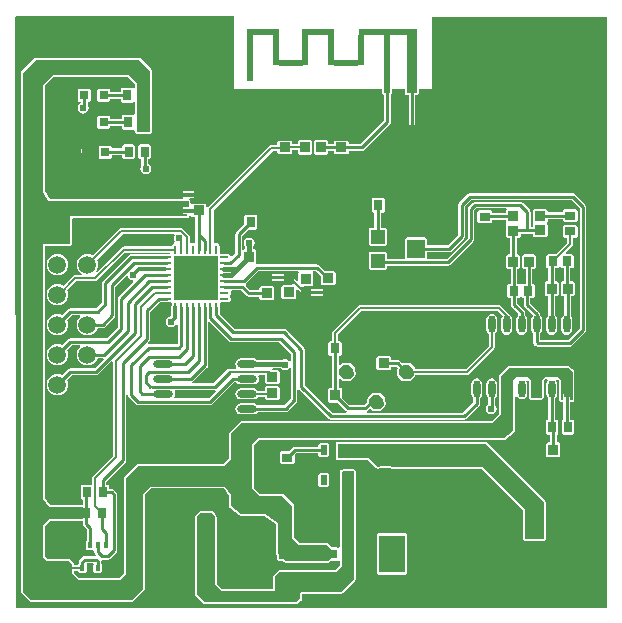
<source format=gtl>
G04 Layer_Physical_Order=1*
G04 Layer_Color=255*
%FSLAX25Y25*%
%MOIN*%
G70*
G01*
G75*
%ADD10R,0.01968X0.01968*%
%ADD11R,0.01772X0.01929*%
%ADD12R,0.02953X0.03740*%
%ADD13R,0.03740X0.02953*%
%ADD14R,0.03150X0.03543*%
%ADD15R,0.03740X0.03347*%
%ADD16R,0.03347X0.03740*%
%ADD17O,0.02362X0.05709*%
%ADD18R,0.03701X0.03307*%
%ADD19R,0.05905X0.06299*%
%ADD20R,0.04724X0.04724*%
%ADD21R,0.02362X0.03347*%
%ADD22R,0.08858X0.12402*%
%ADD23R,0.08858X0.03150*%
%ADD24O,0.06693X0.02362*%
%ADD25R,0.14567X0.14567*%
%ADD26O,0.03150X0.00984*%
%ADD27O,0.00984X0.03150*%
%ADD28R,0.03150X0.03150*%
%ADD29C,0.01000*%
%ADD30C,0.01600*%
%ADD31C,0.00800*%
%ADD32C,0.01200*%
%ADD33C,0.00600*%
%ADD34R,0.03543X0.19291*%
%ADD35R,0.01968X0.19291*%
%ADD36R,0.19685X0.01968*%
%ADD37R,0.01968X0.15512*%
%ADD38R,0.01968X0.10394*%
%ADD39R,0.07874X0.01968*%
%ADD40R,0.10630X0.01968*%
%ADD41C,0.03200*%
%ADD42C,0.03937*%
%ADD43C,0.05905*%
%ADD44R,0.05905X0.05905*%
%ADD45C,0.02400*%
G36*
X230100Y433693D02*
Y409400D01*
X279320D01*
Y408000D01*
X279510Y407541D01*
X279969Y407351D01*
X279978D01*
Y398765D01*
X272093Y390879D01*
X268283D01*
Y391431D01*
X268093Y391890D01*
X267633Y392080D01*
X263893D01*
X263434Y391890D01*
X263244Y391431D01*
Y390921D01*
X261278D01*
Y391670D01*
X261088Y392129D01*
X260628Y392319D01*
X257282D01*
X256823Y392129D01*
X256632Y391670D01*
Y387930D01*
X256823Y387471D01*
X257282Y387281D01*
X260628D01*
X261088Y387471D01*
X261278Y387930D01*
Y388678D01*
X263244D01*
Y388084D01*
X263434Y387625D01*
X263893Y387435D01*
X267633D01*
X268093Y387625D01*
X268283Y388084D01*
Y388636D01*
X272557D01*
X272557Y388636D01*
X272987Y388721D01*
X273351Y388964D01*
X281893Y397507D01*
X281893Y397507D01*
X282136Y397871D01*
X282222Y398300D01*
Y407468D01*
X282397Y407541D01*
X282587Y408000D01*
Y408104D01*
X282634Y408216D01*
Y409400D01*
X286800D01*
Y408000D01*
X286990Y407541D01*
X287450Y407351D01*
X288178D01*
Y396400D01*
X288264Y395971D01*
X288507Y395607D01*
X288871Y395364D01*
X289300Y395279D01*
X289729Y395364D01*
X290093Y395607D01*
X290336Y395971D01*
X290422Y396400D01*
Y407351D01*
X290993D01*
X291452Y407541D01*
X291642Y408000D01*
Y409400D01*
X295700D01*
X295900Y409600D01*
Y433200D01*
X354400D01*
Y236200D01*
X157400D01*
X156901Y433146D01*
X157254Y433500D01*
X229200D01*
X229600Y433900D01*
X230100Y433693D01*
D02*
G37*
%LPC*%
G36*
X163900Y419649D02*
X163441Y419459D01*
X159041Y415059D01*
X158851Y414600D01*
X158851Y400142D01*
X158851Y400142D01*
Y241753D01*
X159041Y241294D01*
X161893Y238442D01*
X162352Y238252D01*
X195901D01*
X196361Y238442D01*
X199959Y242041D01*
X200149Y242500D01*
Y273931D01*
X202322Y276104D01*
X226713D01*
X228351Y273619D01*
Y270140D01*
X228367Y270100D01*
X228356Y270059D01*
X228460Y269876D01*
X228541Y269681D01*
X228581Y269664D01*
X228602Y269627D01*
X231744Y267192D01*
X231947Y267136D01*
X232142Y267055D01*
X240077Y267055D01*
X243865Y264214D01*
Y254626D01*
X244055Y254166D01*
X244421Y253800D01*
Y252487D01*
X244612Y252027D01*
X245071Y251837D01*
X246384D01*
X246681Y251541D01*
X247140Y251351D01*
X261355Y251351D01*
X261571Y251440D01*
X261790Y251517D01*
X262362Y252032D01*
X264439D01*
X264742Y252158D01*
X265243Y251913D01*
X265249Y250368D01*
X263731Y248849D01*
X245024Y248849D01*
X244565Y248659D01*
X243241Y247335D01*
X243051Y246876D01*
Y242649D01*
X225869D01*
X224149Y244369D01*
X224149Y266700D01*
X224075Y266880D01*
X224034Y267070D01*
X223271Y268170D01*
X223220Y268203D01*
X223197Y268259D01*
X223017Y268334D01*
X222853Y268439D01*
X222794Y268426D01*
X222738Y268449D01*
X219100Y268449D01*
X219100Y268449D01*
X219100Y268449D01*
X218600Y268449D01*
X218363Y268352D01*
X218141Y268259D01*
X217141Y267259D01*
X216950Y266800D01*
X216951Y241085D01*
X217040Y240869D01*
X217119Y240649D01*
X219826Y237664D01*
X219841Y237656D01*
X219848Y237641D01*
X220064Y237551D01*
X220275Y237451D01*
X220291Y237457D01*
X220307Y237451D01*
X250715Y237451D01*
X250916Y237534D01*
X251125Y237596D01*
X252410Y238640D01*
X252426Y238671D01*
X252459Y238685D01*
X252542Y238885D01*
X252646Y239077D01*
X252636Y239111D01*
X252649Y239144D01*
Y240931D01*
X252669Y240951D01*
X265700Y240951D01*
X266159Y241141D01*
X270359Y245341D01*
X270549Y245800D01*
Y281800D01*
X270359Y282259D01*
X269900Y282449D01*
X266217D01*
X266082Y282394D01*
X265936Y282386D01*
X265519Y282186D01*
X265444Y282102D01*
X265341Y282059D01*
X265285Y281924D01*
X265187Y281816D01*
X265194Y281704D01*
X265151Y281600D01*
Y273000D01*
X265151Y272999D01*
X265151Y272997D01*
X265222Y256621D01*
X264723Y256363D01*
X264439Y256481D01*
X262737D01*
X261359Y257859D01*
X260900Y258049D01*
X251922D01*
X250049Y259923D01*
Y270400D01*
X249859Y270859D01*
X246559Y274159D01*
X246100Y274349D01*
X238669Y274349D01*
X236649Y276369D01*
Y290531D01*
X238369Y292251D01*
X320000Y292251D01*
X320200Y292333D01*
X320408Y292394D01*
X323508Y294895D01*
X323525Y294927D01*
X323559Y294941D01*
X323642Y295141D01*
X323746Y295331D01*
X323735Y295366D01*
X323749Y295400D01*
Y295700D01*
X323749Y295700D01*
Y306633D01*
X324249Y306785D01*
X324545Y306343D01*
X325134Y305949D01*
X325829Y305811D01*
X326524Y305949D01*
X327113Y306343D01*
X327507Y306932D01*
X327645Y307627D01*
Y310973D01*
X327507Y311668D01*
X327426Y311789D01*
X327650Y312354D01*
X327794Y312387D01*
X328251Y311931D01*
X328251Y306554D01*
X328441Y306094D01*
X328794Y305741D01*
X329254Y305551D01*
X329800Y305551D01*
X332146Y305551D01*
X332606Y305741D01*
X332959Y306094D01*
X333149Y306554D01*
Y312031D01*
X333769Y312651D01*
X334302D01*
X334474Y312151D01*
X334151Y311668D01*
X334013Y310973D01*
Y307627D01*
X334151Y306932D01*
X334545Y306343D01*
X334708Y306234D01*
Y299020D01*
X334524D01*
X334064Y298829D01*
X333874Y298370D01*
Y294630D01*
X334064Y294171D01*
X334524Y293981D01*
X335292D01*
Y291463D01*
X334740D01*
X334281Y291273D01*
X334091Y290813D01*
Y287073D01*
X334281Y286614D01*
X334740Y286424D01*
X338087D01*
X338546Y286614D01*
X338736Y287073D01*
Y290813D01*
X338546Y291273D01*
X338087Y291463D01*
X337535D01*
Y294005D01*
X337935Y294171D01*
X338126Y294630D01*
Y298370D01*
X337935Y298829D01*
X337476Y299020D01*
X336951D01*
Y306234D01*
X337113Y306343D01*
X337507Y306932D01*
X337645Y307627D01*
Y310973D01*
X337507Y311668D01*
X337319Y311950D01*
X337524Y312479D01*
X337826Y312544D01*
X338451Y312075D01*
Y305600D01*
X338641Y305141D01*
X339100Y304951D01*
X339708D01*
Y298965D01*
X339379Y298829D01*
X339189Y298370D01*
Y294630D01*
X339379Y294171D01*
X339839Y293981D01*
X342791D01*
X343250Y294171D01*
X343441Y294630D01*
Y298370D01*
X343250Y298829D01*
X342791Y299020D01*
X341951D01*
Y304951D01*
X342800D01*
X343259Y305141D01*
X343449Y305600D01*
X343449Y314928D01*
X343438Y314956D01*
X343447Y314984D01*
X343344Y315182D01*
X343259Y315387D01*
X343232Y315399D01*
X343218Y315425D01*
X341703Y316697D01*
X341491Y316764D01*
X341286Y316849D01*
X321500Y316849D01*
X321041Y316659D01*
X318541Y314159D01*
X318351Y313700D01*
X318351Y306200D01*
X318405Y306068D01*
X318448Y301067D01*
X315931Y298549D01*
X232400D01*
X231941Y298359D01*
X228541Y294959D01*
X228351Y294500D01*
Y290800D01*
Y286096D01*
X226615Y284303D01*
X197953Y284303D01*
X197494Y284113D01*
X193541Y280159D01*
X193351Y279700D01*
X193351Y247869D01*
X191684Y246203D01*
X178416Y246203D01*
X176750Y247869D01*
Y248623D01*
X177917D01*
Y248554D01*
X178107Y248095D01*
X178566Y247905D01*
X180338D01*
X180797Y248095D01*
X180987Y248554D01*
Y250483D01*
X180865Y250778D01*
X181114Y251278D01*
X182907D01*
X183157Y250778D01*
X183035Y250483D01*
Y248554D01*
X183225Y248095D01*
X183684Y247905D01*
X185456D01*
X185915Y248095D01*
X186105Y248554D01*
Y250483D01*
X185915Y250943D01*
X185692Y251035D01*
Y251830D01*
X185671Y251934D01*
X185868Y252201D01*
X186082Y252379D01*
X188000D01*
X188000Y252378D01*
X188429Y252464D01*
X188793Y252707D01*
X190793Y254707D01*
X190793Y254707D01*
X191036Y255071D01*
X191122Y255500D01*
X191122Y255500D01*
Y274000D01*
X191122Y274000D01*
X191036Y274429D01*
X190793Y274793D01*
X189926Y275660D01*
X189562Y275903D01*
X189133Y275988D01*
X189133Y275988D01*
X188412D01*
Y276737D01*
X188222Y277196D01*
X187763Y277386D01*
X187408D01*
Y278322D01*
X193793Y284707D01*
X193793Y284707D01*
X194036Y285071D01*
X194122Y285500D01*
X194122Y285500D01*
Y307134D01*
X194622Y307183D01*
X194664Y306971D01*
X194907Y306607D01*
X197307Y304207D01*
X197307Y304207D01*
X197671Y303964D01*
X198100Y303878D01*
X222000D01*
X222000Y303878D01*
X222429Y303964D01*
X222793Y304207D01*
X230121Y311535D01*
X230748D01*
X230856Y311373D01*
X231445Y310979D01*
X232140Y310841D01*
X236471D01*
X237166Y310979D01*
X237755Y311373D01*
X238149Y311962D01*
X238287Y312657D01*
X238149Y313352D01*
X238063Y313480D01*
X238330Y313980D01*
X240267D01*
Y311584D01*
X240458Y311125D01*
X240917Y310935D01*
X244657D01*
X245116Y311125D01*
X245306Y311584D01*
Y314931D01*
X245116Y315390D01*
X244657Y315580D01*
X242784D01*
X242667Y315729D01*
X242910Y316229D01*
X245517D01*
X245602Y316102D01*
X246198Y315704D01*
X246900Y315565D01*
X247602Y315704D01*
X248198Y316102D01*
X248378Y316373D01*
X248879Y316221D01*
Y305965D01*
X246692Y303778D01*
X237864D01*
X237755Y303941D01*
X237166Y304334D01*
X236471Y304473D01*
X232140D01*
X231445Y304334D01*
X230856Y303941D01*
X230462Y303352D01*
X230324Y302657D01*
X230462Y301962D01*
X230856Y301373D01*
X231445Y300979D01*
X232140Y300841D01*
X236471D01*
X237166Y300979D01*
X237755Y301373D01*
X237863Y301535D01*
X247157D01*
X247157Y301535D01*
X247586Y301620D01*
X247950Y301864D01*
X250793Y304707D01*
X250793Y304707D01*
X251036Y305071D01*
X251121Y305500D01*
Y309033D01*
X251559Y309190D01*
X251622Y309192D01*
X261407Y299407D01*
X261407Y299407D01*
X261771Y299164D01*
X262200Y299078D01*
X306700D01*
X306700Y299078D01*
X307129Y299164D01*
X307493Y299407D01*
X311622Y303536D01*
X311865Y303900D01*
X311951Y304329D01*
X311951Y304329D01*
Y306234D01*
X312113Y306343D01*
X312507Y306932D01*
X312645Y307627D01*
Y310973D01*
X312507Y311668D01*
X312113Y312257D01*
X311524Y312651D01*
X310829Y312789D01*
X310134Y312651D01*
X309545Y312257D01*
X309151Y311668D01*
X309013Y310973D01*
Y307627D01*
X309151Y306932D01*
X309545Y306343D01*
X309708Y306234D01*
Y304794D01*
X306235Y301322D01*
X274299D01*
X274263Y301416D01*
X274216Y301821D01*
X274493Y302007D01*
X275265Y302779D01*
X276074Y302039D01*
X276541Y301869D01*
X278529Y301955D01*
X278979Y302166D01*
X280324Y303633D01*
X280494Y304100D01*
X280407Y306088D01*
X280197Y306538D01*
X278730Y307883D01*
X278262Y308053D01*
X276274Y307966D01*
X275824Y307756D01*
X274480Y306289D01*
X274310Y305821D01*
X274344Y305030D01*
X273235Y303922D01*
X268450D01*
X266008Y306363D01*
Y308970D01*
X265817Y309429D01*
X265358Y309620D01*
X264797D01*
Y312587D01*
X265255Y312789D01*
X266074Y312039D01*
X266541Y311869D01*
X268529Y311955D01*
X268979Y312165D01*
X270324Y313633D01*
X270494Y314100D01*
X270407Y316088D01*
X270197Y316538D01*
X268730Y317883D01*
X268263Y318053D01*
X266274Y317966D01*
X265824Y317756D01*
X265263Y317144D01*
X264797Y317325D01*
Y320379D01*
X265250D01*
X265710Y320569D01*
X265900Y321028D01*
Y324572D01*
X265710Y325031D01*
X265250Y325221D01*
X264695D01*
Y327453D01*
X272522Y335280D01*
X317778D01*
X319464Y333594D01*
X319151Y333125D01*
X319013Y332430D01*
Y329083D01*
X319151Y328389D01*
X319545Y327799D01*
X320134Y327406D01*
X320829Y327268D01*
X321524Y327406D01*
X322113Y327799D01*
X322507Y328389D01*
X322645Y329083D01*
Y332430D01*
X322507Y333125D01*
X322113Y333714D01*
X321798Y333924D01*
X321771Y334061D01*
X321550Y334392D01*
X318921Y337021D01*
X318590Y337242D01*
X318200Y337320D01*
X272100D01*
X271710Y337242D01*
X271379Y337021D01*
X262955Y328597D01*
X262734Y328266D01*
X262656Y327876D01*
Y325221D01*
X262101D01*
X261642Y325031D01*
X261451Y324572D01*
Y321028D01*
X261642Y320569D01*
X262101Y320379D01*
X262554D01*
Y309620D01*
X262012D01*
X261553Y309429D01*
X261362Y308970D01*
Y305230D01*
X261553Y304771D01*
X262012Y304581D01*
X264618D01*
X267192Y302007D01*
X267192Y302007D01*
X267469Y301821D01*
X267422Y301416D01*
X267386Y301322D01*
X262665D01*
X253521Y310465D01*
Y322400D01*
X253522Y322400D01*
X253436Y322829D01*
X253193Y323193D01*
X247293Y329093D01*
X246929Y329336D01*
X246500Y329422D01*
X246500Y329421D01*
X230165D01*
X225211Y334375D01*
Y336653D01*
X225203Y336694D01*
Y337736D01*
X225194Y337780D01*
X225620Y338206D01*
X225664Y338197D01*
X227830D01*
X228256Y338282D01*
X228617Y338523D01*
X228859Y338884D01*
X228943Y339310D01*
X228859Y339737D01*
X228713Y339954D01*
X228652Y340295D01*
X228713Y340635D01*
X228859Y340853D01*
X228943Y341279D01*
X228874Y341626D01*
X228999Y341889D01*
X229179Y342126D01*
X232288D01*
X234017Y340397D01*
X234381Y340154D01*
X234810Y340069D01*
X234810Y340069D01*
X238410D01*
Y339517D01*
X238600Y339058D01*
X239059Y338867D01*
X242799D01*
X243258Y339058D01*
X243449Y339517D01*
Y342863D01*
X243258Y343323D01*
X242799Y343513D01*
X239059D01*
X238600Y343323D01*
X238410Y342863D01*
Y342312D01*
X235274D01*
X233839Y343747D01*
X233926Y344367D01*
X234009Y344423D01*
X238165Y348579D01*
X251430D01*
X251600Y348108D01*
X251410Y347648D01*
Y345441D01*
X250948Y345250D01*
X249574Y346624D01*
X249276Y346823D01*
X248925Y346893D01*
X248735D01*
X248727Y346934D01*
X248483Y347298D01*
X248120Y347541D01*
X247690Y347627D01*
X240929D01*
X240500Y347541D01*
X240136Y347298D01*
X239893Y346934D01*
X239808Y346505D01*
X239893Y346076D01*
X240136Y345712D01*
X240500Y345469D01*
X240929Y345384D01*
X247533D01*
X247571Y345326D01*
X247869Y345127D01*
X248220Y345058D01*
X248545D01*
X249370Y344232D01*
X249179Y343770D01*
X246350D01*
X245891Y343580D01*
X245701Y343121D01*
Y339774D01*
X245891Y339315D01*
X246350Y339125D01*
X250091D01*
X250550Y339315D01*
X250740Y339774D01*
Y342209D01*
X251202Y342400D01*
X252803Y340799D01*
X253101Y340600D01*
X253268Y340567D01*
X253500Y340411D01*
X253929Y340326D01*
X260307D01*
X260636Y339997D01*
X261000Y339754D01*
X261429Y339669D01*
X261858Y339754D01*
X262222Y339997D01*
X262465Y340361D01*
X262551Y340790D01*
X262465Y341219D01*
X262222Y341583D01*
X261565Y342241D01*
X261201Y342484D01*
X260772Y342569D01*
X260772Y342569D01*
X253929D01*
X253678Y342519D01*
X253007Y343191D01*
X253199Y343653D01*
X255799D01*
X256258Y343843D01*
X256449Y344302D01*
Y347648D01*
X256258Y348108D01*
X256428Y348579D01*
X257135D01*
X258910Y346804D01*
Y344432D01*
X259100Y343973D01*
X259559Y343782D01*
X263299D01*
X263758Y343973D01*
X263949Y344432D01*
Y347778D01*
X263758Y348238D01*
X263299Y348428D01*
X260458D01*
X258393Y350493D01*
X258029Y350736D01*
X257600Y350822D01*
X257600Y350821D01*
X237700D01*
X237700Y350822D01*
X237644Y350811D01*
X237285Y351249D01*
X237365Y351443D01*
Y355183D01*
X237175Y355643D01*
X236716Y355833D01*
X236427D01*
Y356696D01*
X236696Y357098D01*
X236835Y357800D01*
X236696Y358502D01*
X236298Y359098D01*
X235702Y359496D01*
X235000Y359635D01*
X234298Y359496D01*
X233702Y359098D01*
X233304Y358502D01*
X233165Y357800D01*
X233304Y357098D01*
X233573Y356696D01*
Y355905D01*
X233377Y355833D01*
X233369D01*
X233301Y355804D01*
X233113Y355735D01*
X232622Y356007D01*
Y360393D01*
X234609Y362381D01*
X237019D01*
X237478Y362571D01*
X237668Y363030D01*
Y366770D01*
X237478Y367229D01*
X237019Y367420D01*
X234066D01*
X233607Y367229D01*
X233417Y366770D01*
Y364360D01*
X230707Y361650D01*
X230464Y361286D01*
X230378Y360857D01*
X230379Y360857D01*
Y354465D01*
X229379Y353465D01*
X229174Y353485D01*
X228804Y353597D01*
X228617Y353877D01*
X228256Y354119D01*
X227830Y354203D01*
X225664D01*
X225620Y354194D01*
X225194Y354620D01*
X225203Y354665D01*
Y356830D01*
X225118Y357256D01*
X224877Y357617D01*
X224516Y357859D01*
X224090Y357944D01*
X223664Y357859D01*
X223641Y357844D01*
X223141Y358111D01*
Y368799D01*
X242822Y388480D01*
X244332D01*
Y388106D01*
X244523Y387647D01*
X244982Y387457D01*
X248682D01*
X249142Y387647D01*
X249332Y388106D01*
Y388780D01*
X251318D01*
Y387930D01*
X251508Y387471D01*
X251967Y387281D01*
X255313D01*
X255773Y387471D01*
X255963Y387930D01*
Y391670D01*
X255773Y392129D01*
X255313Y392319D01*
X251967D01*
X251508Y392129D01*
X251318Y391670D01*
Y390820D01*
X249332D01*
Y391413D01*
X249142Y391873D01*
X248682Y392063D01*
X244982D01*
X244523Y391873D01*
X244332Y391413D01*
Y390520D01*
X242400D01*
X242010Y390442D01*
X241679Y390221D01*
X221400Y369942D01*
X221252Y369720D01*
X220752Y369831D01*
Y370430D01*
X220562Y370889D01*
X220103Y371079D01*
X216362D01*
X215949Y370908D01*
X215449Y371089D01*
Y371800D01*
X215259Y372259D01*
X215045Y372348D01*
X215144Y372848D01*
X218232D01*
X218701Y372941D01*
X219098Y373206D01*
X219363Y373603D01*
X219456Y374072D01*
X219363Y374540D01*
X219098Y374937D01*
X218701Y375202D01*
X218232Y375295D01*
X211608D01*
X211597Y375302D01*
X211129Y375395D01*
X210661Y375302D01*
X210264Y375037D01*
X209999Y374640D01*
X209906Y374172D01*
X209999Y373703D01*
X210264Y373306D01*
X210364Y373206D01*
X210761Y372941D01*
X210670Y372449D01*
X168569D01*
X166949Y375138D01*
X166949Y400453D01*
X166949Y400453D01*
Y410431D01*
X169769Y413251D01*
X194431Y413251D01*
X196851Y410831D01*
Y409481D01*
X196351Y409381D01*
X196307Y409486D01*
X195848Y409676D01*
X192895D01*
X192436Y409486D01*
X192246Y409027D01*
Y408278D01*
X188749D01*
Y408732D01*
X188559Y409191D01*
X188100Y409381D01*
X184950D01*
X184491Y409191D01*
X184301Y408732D01*
Y405582D01*
X184491Y405123D01*
X184950Y404932D01*
X188100D01*
X188559Y405123D01*
X188749Y405582D01*
Y406035D01*
X192246D01*
Y405287D01*
X192436Y404827D01*
X192895Y404637D01*
X195848D01*
X196307Y404827D01*
X196351Y404932D01*
X196851Y404832D01*
X196851Y400939D01*
X196351Y400610D01*
X196191Y400676D01*
X193238D01*
X192779Y400486D01*
X192588Y400027D01*
Y399278D01*
X188749D01*
Y399731D01*
X188559Y400191D01*
X188100Y400381D01*
X184950D01*
X184491Y400191D01*
X184301Y399731D01*
Y396582D01*
X184491Y396123D01*
X184950Y395933D01*
X188100D01*
X188559Y396123D01*
X188749Y396582D01*
Y397035D01*
X192588D01*
Y396287D01*
X192779Y395827D01*
X193238Y395637D01*
X196191D01*
X196351Y395703D01*
X196851Y395375D01*
Y394900D01*
X197041Y394441D01*
X197500Y394251D01*
X202000D01*
X202459Y394441D01*
X202649Y394900D01*
X202649Y415400D01*
X202459Y415859D01*
X198859Y419459D01*
X198400Y419649D01*
X163900Y419649D01*
D02*
G37*
G36*
X181604Y409381D02*
X178454D01*
X177995Y409191D01*
X177805Y408732D01*
Y405582D01*
X177995Y405123D01*
X178454Y404932D01*
X178908D01*
Y404435D01*
X178402Y404098D01*
X178004Y403502D01*
X177865Y402800D01*
X178004Y402098D01*
X178402Y401502D01*
X178998Y401104D01*
X179700Y400965D01*
X180402Y401104D01*
X180998Y401502D01*
X181396Y402098D01*
X181535Y402800D01*
X181396Y403502D01*
X181151Y403869D01*
Y404932D01*
X181604D01*
X182063Y405123D01*
X182253Y405582D01*
Y408732D01*
X182063Y409191D01*
X181604Y409381D01*
D02*
G37*
G36*
X196319Y390919D02*
X193366D01*
X192907Y390729D01*
X192717Y390270D01*
Y389522D01*
X189253D01*
Y389732D01*
X189063Y390191D01*
X188604Y390381D01*
X185454D01*
X184995Y390191D01*
X184805Y389732D01*
Y386582D01*
X184995Y386123D01*
X185454Y385932D01*
X188604D01*
X189063Y386123D01*
X189253Y386582D01*
Y387279D01*
X192717D01*
Y386530D01*
X192907Y386071D01*
X193366Y385880D01*
X196319D01*
X196778Y386071D01*
X196968Y386530D01*
Y390270D01*
X196778Y390729D01*
X196319Y390919D01*
D02*
G37*
G36*
X180029Y389782D02*
X179600Y389697D01*
X179236Y389454D01*
X178993Y389090D01*
X178908Y388660D01*
X178993Y388231D01*
X179236Y387867D01*
X179740Y387364D01*
X180104Y387120D01*
X180533Y387035D01*
X180962Y387120D01*
X181326Y387364D01*
X181569Y387727D01*
X181655Y388157D01*
X181569Y388586D01*
X181326Y388950D01*
X180822Y389454D01*
X180458Y389697D01*
X180029Y389782D01*
D02*
G37*
G36*
X201634Y390919D02*
X198681D01*
X198222Y390729D01*
X198032Y390270D01*
Y386530D01*
X198222Y386071D01*
X198681Y385880D01*
X199036D01*
Y383749D01*
X198804Y383402D01*
X198665Y382700D01*
X198804Y381998D01*
X199202Y381402D01*
X199798Y381004D01*
X200500Y380865D01*
X201202Y381004D01*
X201798Y381402D01*
X202196Y381998D01*
X202335Y382700D01*
X202196Y383402D01*
X201798Y383998D01*
X201279Y384344D01*
Y385880D01*
X201634D01*
X202093Y386071D01*
X202283Y386530D01*
Y390270D01*
X202093Y390729D01*
X201634Y390919D01*
D02*
G37*
G36*
X342800Y374522D02*
X342800Y374521D01*
X308600D01*
X308600Y374522D01*
X308171Y374436D01*
X307807Y374193D01*
X307807Y374193D01*
X305107Y371493D01*
X304864Y371129D01*
X304778Y370700D01*
X304779Y370700D01*
Y360665D01*
X301236Y357122D01*
X294311D01*
Y359150D01*
X294121Y359609D01*
X293661Y359799D01*
X287756D01*
X287297Y359609D01*
X287106Y359150D01*
Y352850D01*
X286953Y352622D01*
X280925D01*
Y354425D01*
X280735Y354884D01*
X280276Y355075D01*
X275551D01*
X275092Y354884D01*
X274902Y354425D01*
Y349701D01*
X275092Y349242D01*
X275551Y349051D01*
X280276D01*
X280735Y349242D01*
X280925Y349701D01*
Y350378D01*
X301300D01*
X301300Y350378D01*
X301729Y350464D01*
X302093Y350707D01*
X309793Y358407D01*
X309793Y358407D01*
X310036Y358771D01*
X310121Y359200D01*
Y368835D01*
X310765Y369479D01*
X320741D01*
X320840Y368979D01*
X320720Y368929D01*
X320529Y368469D01*
Y367937D01*
X316020D01*
Y368134D01*
X315829Y368593D01*
X315370Y368783D01*
X311630D01*
X311171Y368593D01*
X310981Y368134D01*
Y365181D01*
X311171Y364722D01*
X311630Y364532D01*
X315370D01*
X315829Y364722D01*
X316020Y365181D01*
Y365694D01*
X320529D01*
Y365162D01*
X320720Y364703D01*
X320763Y364685D01*
Y364144D01*
X320720Y364125D01*
X320529Y363666D01*
Y360359D01*
X320720Y359900D01*
X321179Y359710D01*
X321908D01*
Y354176D01*
X321298D01*
X320839Y353986D01*
X320649Y353527D01*
Y349787D01*
X320839Y349327D01*
X321298Y349137D01*
X322179D01*
Y344421D01*
X321725D01*
X321266Y344231D01*
X321076Y343772D01*
Y340228D01*
X321266Y339769D01*
X321725Y339579D01*
X322179D01*
Y337300D01*
X322178Y337300D01*
X322264Y336871D01*
X322507Y336507D01*
X324708Y334306D01*
Y333823D01*
X324545Y333714D01*
X324151Y333125D01*
X324013Y332430D01*
Y329083D01*
X324151Y328389D01*
X324545Y327799D01*
X325134Y327406D01*
X325829Y327268D01*
X326524Y327406D01*
X327113Y327799D01*
X327507Y328389D01*
X327645Y329083D01*
Y332430D01*
X327507Y333125D01*
X327113Y333714D01*
X326951Y333823D01*
Y334771D01*
X326865Y335200D01*
X326622Y335564D01*
X326622Y335564D01*
X324422Y337765D01*
Y339579D01*
X324875D01*
X325334Y339769D01*
X325392Y339908D01*
X325933D01*
X325990Y339769D01*
X326450Y339579D01*
X326508D01*
Y337371D01*
X326508Y337371D01*
X326593Y336942D01*
X326836Y336578D01*
X329559Y333855D01*
X329545Y333714D01*
X329151Y333125D01*
X329013Y332430D01*
Y329083D01*
X329151Y328389D01*
X329545Y327799D01*
X329708Y327691D01*
Y324871D01*
X329708Y324871D01*
X329793Y324442D01*
X330036Y324078D01*
X330407Y323707D01*
X330771Y323464D01*
X331200Y323378D01*
X331200Y323378D01*
X341900D01*
X341900Y323378D01*
X342329Y323464D01*
X342693Y323707D01*
X347093Y328107D01*
X347336Y328471D01*
X347422Y328900D01*
X347422Y328900D01*
Y369900D01*
X347422Y369900D01*
X347336Y370329D01*
X347093Y370693D01*
X347093Y370693D01*
X343593Y374193D01*
X343229Y374436D01*
X342800Y374522D01*
D02*
G37*
G36*
X279519Y373020D02*
X276566D01*
X276107Y372829D01*
X275917Y372370D01*
Y368630D01*
X276107Y368171D01*
X276566Y367981D01*
X276792D01*
Y362949D01*
X275551D01*
X275092Y362758D01*
X274902Y362299D01*
Y357575D01*
X275092Y357116D01*
X275551Y356925D01*
X280276D01*
X280735Y357116D01*
X280925Y357575D01*
Y362299D01*
X280735Y362758D01*
X280276Y362949D01*
X279035D01*
Y367981D01*
X279519D01*
X279978Y368171D01*
X280168Y368630D01*
Y372370D01*
X279978Y372829D01*
X279519Y373020D01*
D02*
G37*
G36*
X315829Y334246D02*
X315134Y334108D01*
X314545Y333714D01*
X314151Y333125D01*
X314013Y332430D01*
Y329083D01*
X314151Y328389D01*
X314545Y327799D01*
X314810Y327623D01*
Y323652D01*
X307138Y315980D01*
X290411D01*
X290407Y316088D01*
X290197Y316538D01*
X288730Y317883D01*
X288263Y318053D01*
X286275Y317966D01*
X286075Y317873D01*
X285341Y318607D01*
X284977Y318850D01*
X284548Y318936D01*
X284548Y318936D01*
X282449D01*
Y319487D01*
X282258Y319947D01*
X281799Y320137D01*
X278059D01*
X277600Y319947D01*
X277410Y319487D01*
Y316141D01*
X277600Y315682D01*
X278059Y315492D01*
X281799D01*
X282258Y315682D01*
X282449Y316141D01*
Y316693D01*
X284083D01*
X284483Y316293D01*
X284480Y316289D01*
X284310Y315822D01*
X284396Y313833D01*
X284606Y313383D01*
X286074Y312039D01*
X286541Y311869D01*
X288529Y311955D01*
X288979Y312165D01*
X290324Y313633D01*
X290436Y313941D01*
X307561D01*
X307951Y314019D01*
X308282Y314240D01*
X316550Y322508D01*
X316771Y322839D01*
X316849Y323229D01*
Y327623D01*
X317113Y327799D01*
X317507Y328389D01*
X317645Y329083D01*
Y332430D01*
X317507Y333125D01*
X317113Y333714D01*
X316524Y334108D01*
X315829Y334246D01*
D02*
G37*
G36*
X244657Y310265D02*
X240917D01*
X240458Y310075D01*
X240267Y309616D01*
Y308676D01*
X237932D01*
X237755Y308941D01*
X237166Y309334D01*
X236471Y309473D01*
X232140D01*
X231445Y309334D01*
X230856Y308941D01*
X230462Y308352D01*
X230324Y307657D01*
X230462Y306962D01*
X230856Y306373D01*
X231445Y305979D01*
X232140Y305841D01*
X236471D01*
X237166Y305979D01*
X237755Y306373D01*
X237932Y306637D01*
X240267D01*
Y306269D01*
X240458Y305810D01*
X240917Y305620D01*
X244657D01*
X245116Y305810D01*
X245306Y306269D01*
Y309616D01*
X245116Y310075D01*
X244657Y310265D01*
D02*
G37*
G36*
X315829Y312789D02*
X315134Y312651D01*
X314545Y312257D01*
X314151Y311668D01*
X314013Y310973D01*
Y307627D01*
X314151Y306932D01*
X314545Y306343D01*
X314708Y306234D01*
Y304202D01*
X314402Y303998D01*
X314004Y303402D01*
X313865Y302700D01*
X314004Y301998D01*
X314402Y301402D01*
X314998Y301004D01*
X315700Y300865D01*
X316402Y301004D01*
X316998Y301402D01*
X317396Y301998D01*
X317535Y302700D01*
X317396Y303402D01*
X316998Y303998D01*
X316951Y304029D01*
Y306234D01*
X317113Y306343D01*
X317507Y306932D01*
X317645Y307627D01*
Y310973D01*
X317507Y311668D01*
X317113Y312257D01*
X316524Y312651D01*
X315829Y312789D01*
D02*
G37*
G36*
X261107Y291262D02*
X258745D01*
X258286Y291072D01*
X258095Y290613D01*
Y290061D01*
X250229D01*
X250228Y290061D01*
X249799Y289976D01*
X249435Y289733D01*
X249435Y289732D01*
X248206Y288503D01*
X245796D01*
X245337Y288313D01*
X245147Y287854D01*
Y284901D01*
X245337Y284442D01*
X245796Y284251D01*
X249536D01*
X249995Y284442D01*
X250186Y284901D01*
Y287311D01*
X250693Y287818D01*
X258095D01*
Y287266D01*
X258286Y286807D01*
X258745Y286617D01*
X261107D01*
X261566Y286807D01*
X261756Y287266D01*
Y290613D01*
X261566Y291072D01*
X261107Y291262D01*
D02*
G37*
G36*
Y281223D02*
X258745D01*
X258286Y281032D01*
X258095Y280573D01*
Y277227D01*
X258286Y276767D01*
X258745Y276577D01*
X261107D01*
X261566Y276767D01*
X261756Y277227D01*
Y280573D01*
X261566Y281032D01*
X261107Y281223D01*
D02*
G37*
G36*
X313900Y291649D02*
X264500D01*
X264041Y291459D01*
X263851Y291000D01*
Y286400D01*
X263900Y286281D01*
Y286152D01*
X263983Y285951D01*
X264074Y285860D01*
X264124Y285741D01*
X264243Y285691D01*
X264334Y285600D01*
X264463D01*
X264583Y285551D01*
X274731D01*
X277341Y282941D01*
X277800Y282751D01*
X278291D01*
X278411Y282800D01*
X278540D01*
X278625Y282835D01*
X282107D01*
X282193Y282800D01*
X282322D01*
X282441Y282751D01*
X312634D01*
X326451Y268934D01*
Y259300D01*
X326641Y258841D01*
X327100Y258651D01*
X333300Y258651D01*
X333759Y258841D01*
X333949Y259300D01*
Y271600D01*
X333759Y272059D01*
X314359Y291459D01*
X313900Y291649D01*
D02*
G37*
G36*
X287077Y261107D02*
X278219D01*
X277760Y260917D01*
X277570Y260457D01*
Y248056D01*
X277760Y247597D01*
X278219Y247407D01*
X287077D01*
X287536Y247597D01*
X287727Y248056D01*
Y260457D01*
X287536Y260917D01*
X287077Y261107D01*
D02*
G37*
%LPD*%
G36*
X198400Y419000D02*
X202000Y415400D01*
X202000Y394900D01*
X197500D01*
X197500Y411100D01*
X194700Y413900D01*
X169500Y413900D01*
X166300Y410700D01*
Y400453D01*
X166300D01*
X166300Y374957D01*
X168104Y371964D01*
X168006Y371800D01*
X214800D01*
Y369932D01*
X211680D01*
X211597Y369987D01*
X211129Y370080D01*
X210661Y369987D01*
X210264Y369722D01*
X209999Y369325D01*
X209906Y368857D01*
X209999Y368388D01*
X210264Y367991D01*
X210412Y367843D01*
X210809Y367578D01*
X211277Y367485D01*
X214214D01*
X214445Y367075D01*
X214341Y366900D01*
X206600D01*
X175200Y366973D01*
Y357700D01*
X175000Y357500D01*
X166300D01*
Y272725D01*
X168395Y269900D01*
X179550D01*
Y265900D01*
X168400D01*
X166300Y263800D01*
X166300Y253350D01*
X167497Y251853D01*
X175047Y251853D01*
X176100Y250800D01*
X176100Y247600D01*
X178147Y245553D01*
X191953Y245553D01*
X194000Y247600D01*
X194000Y279700D01*
X197953Y283653D01*
X226890Y283653D01*
X229000Y285833D01*
Y290800D01*
Y294500D01*
X232400Y297900D01*
X316200D01*
X319100Y300800D01*
X319054Y306200D01*
X319000D01*
X319000Y313700D01*
X321500Y316200D01*
X341286Y316200D01*
X342800Y314928D01*
X342800Y305600D01*
X341951D01*
Y309300D01*
X341865Y309729D01*
X341622Y310093D01*
X341258Y310336D01*
X340829Y310421D01*
X340400Y310336D01*
X340036Y310093D01*
X339793Y309729D01*
X339708Y309300D01*
Y305600D01*
X339100D01*
Y312400D01*
X337900Y313300D01*
X333500Y313300D01*
X332500Y312300D01*
Y306554D01*
X332146Y306200D01*
X329800Y306200D01*
X329254Y306200D01*
X328900Y306554D01*
X328900Y312200D01*
X327800Y313300D01*
X324300D01*
X323100Y312400D01*
Y307900D01*
Y306200D01*
Y295700D01*
X323100Y295700D01*
Y295400D01*
X320000Y292900D01*
X238100Y292900D01*
X236000Y290800D01*
Y276100D01*
X238400Y273700D01*
X246100Y273700D01*
X249400Y270400D01*
Y259653D01*
X251654Y257400D01*
X260900D01*
X262300Y256000D01*
X262300Y252850D01*
X261355Y252000D01*
X247140Y252000D01*
X244514Y254626D01*
Y264539D01*
X240294Y267705D01*
X232142Y267705D01*
X229000Y270140D01*
Y273814D01*
X227063Y276753D01*
X202053D01*
X199500Y274200D01*
Y242500D01*
X195901Y238901D01*
X162352D01*
X159500Y241753D01*
Y400142D01*
X159500D01*
X159500Y414600D01*
X163900Y419000D01*
X198400Y419000D01*
D02*
G37*
G36*
X215691Y367093D02*
X215728Y367046D01*
X215903Y366624D01*
X216362Y366434D01*
X217063D01*
Y360600D01*
X217063Y360600D01*
X217063Y360600D01*
Y358179D01*
X216826Y357999D01*
X216563Y357874D01*
X216216Y357944D01*
X215790Y357859D01*
X215767Y357844D01*
X215267Y358111D01*
Y359953D01*
X215189Y360343D01*
X214968Y360674D01*
X212921Y362721D01*
X212590Y362942D01*
X212200Y363020D01*
X192394D01*
X192004Y362942D01*
X191673Y362721D01*
X182802Y353850D01*
X182030Y354170D01*
X181102Y354292D01*
X180175Y354170D01*
X179311Y353812D01*
X178569Y353242D01*
X177999Y352500D01*
X177641Y351636D01*
X177519Y350709D01*
X177641Y349781D01*
X177999Y348917D01*
X178569Y348175D01*
X179162Y347720D01*
X178992Y347220D01*
X177000D01*
X176610Y347142D01*
X176279Y346921D01*
X173050Y343692D01*
X172894Y343812D01*
X172030Y344170D01*
X171102Y344292D01*
X170175Y344170D01*
X169311Y343812D01*
X168569Y343243D01*
X167999Y342500D01*
X167641Y341636D01*
X167519Y340709D01*
X167641Y339781D01*
X167999Y338917D01*
X168569Y338175D01*
X169311Y337605D01*
X170175Y337247D01*
X171102Y337125D01*
X172030Y337247D01*
X172894Y337605D01*
X173636Y338175D01*
X174206Y338917D01*
X174564Y339781D01*
X174686Y340709D01*
X174564Y341636D01*
X174363Y342121D01*
X177422Y345180D01*
X183700D01*
X184090Y345258D01*
X184421Y345479D01*
X193670Y354728D01*
X208607D01*
X208617Y354703D01*
X208283Y354203D01*
X207693D01*
X207653Y354211D01*
X195590D01*
X195590Y354211D01*
X195161Y354126D01*
X194797Y353883D01*
X194797Y353883D01*
X186207Y345293D01*
X185964Y344929D01*
X185878Y344500D01*
X185878Y344500D01*
Y337965D01*
X184035Y336122D01*
X175394D01*
X175394Y336122D01*
X174965Y336036D01*
X174601Y335793D01*
X174601Y335793D01*
X172700Y333892D01*
X172030Y334170D01*
X171102Y334292D01*
X170175Y334170D01*
X169311Y333812D01*
X168569Y333243D01*
X167999Y332500D01*
X167641Y331636D01*
X167519Y330709D01*
X167641Y329781D01*
X167999Y328917D01*
X168569Y328175D01*
X169311Y327605D01*
X170175Y327247D01*
X171102Y327125D01*
X172030Y327247D01*
X172894Y327605D01*
X173636Y328175D01*
X174206Y328917D01*
X174564Y329781D01*
X174686Y330709D01*
X174564Y331636D01*
X174286Y332306D01*
X175858Y333878D01*
X178576D01*
X178746Y333379D01*
X178569Y333243D01*
X177999Y332500D01*
X177641Y331636D01*
X177519Y330709D01*
X177641Y329781D01*
X177999Y328917D01*
X178569Y328175D01*
X179311Y327605D01*
X180175Y327247D01*
X181102Y327125D01*
X182030Y327247D01*
X182894Y327605D01*
X183636Y328175D01*
X184206Y328917D01*
X184483Y329587D01*
X186208D01*
X186209Y329587D01*
X186638Y329672D01*
X187002Y329915D01*
X190093Y333007D01*
X190336Y333371D01*
X190422Y333800D01*
X190422Y333800D01*
Y343335D01*
X194110Y347024D01*
X194652Y346859D01*
X194704Y346598D01*
X195102Y346002D01*
X195698Y345604D01*
X196209Y345503D01*
X196409Y344996D01*
X191607Y340193D01*
X191364Y339829D01*
X191278Y339400D01*
X191278Y339400D01*
Y329865D01*
X187535Y326121D01*
X175394D01*
X175394Y326122D01*
X174965Y326036D01*
X174601Y325793D01*
X174601Y325793D01*
X172700Y323892D01*
X172030Y324170D01*
X171102Y324292D01*
X170175Y324170D01*
X169311Y323812D01*
X168569Y323242D01*
X167999Y322500D01*
X167641Y321636D01*
X167519Y320709D01*
X167641Y319781D01*
X167999Y318917D01*
X168569Y318175D01*
X169311Y317605D01*
X170175Y317247D01*
X171102Y317125D01*
X172030Y317247D01*
X172894Y317605D01*
X173636Y318175D01*
X174206Y318917D01*
X174564Y319781D01*
X174686Y320709D01*
X174564Y321636D01*
X174286Y322306D01*
X175858Y323879D01*
X178576D01*
X178746Y323378D01*
X178569Y323242D01*
X177999Y322500D01*
X177641Y321636D01*
X177519Y320709D01*
X177641Y319781D01*
X177999Y318917D01*
X178569Y318175D01*
X179311Y317605D01*
X180175Y317247D01*
X181102Y317125D01*
X182030Y317247D01*
X182894Y317605D01*
X183636Y318175D01*
X184206Y318917D01*
X184483Y319587D01*
X186294D01*
X186501Y319087D01*
X183535Y316122D01*
X175394D01*
X175394Y316122D01*
X174965Y316036D01*
X174601Y315793D01*
X174601Y315793D01*
X172700Y313892D01*
X172030Y314170D01*
X171102Y314292D01*
X170175Y314170D01*
X169311Y313812D01*
X168569Y313243D01*
X167999Y312500D01*
X167641Y311636D01*
X167519Y310709D01*
X167641Y309781D01*
X167999Y308917D01*
X168569Y308175D01*
X169311Y307605D01*
X170175Y307247D01*
X171102Y307125D01*
X172030Y307247D01*
X172894Y307605D01*
X173636Y308175D01*
X174206Y308917D01*
X174564Y309781D01*
X174686Y310709D01*
X174564Y311636D01*
X174286Y312306D01*
X175858Y313878D01*
X184000D01*
X184000Y313878D01*
X184429Y313964D01*
X184793Y314207D01*
X189082Y318496D01*
X189582Y318289D01*
Y286880D01*
X182851Y280149D01*
X182652Y279851D01*
X182582Y279500D01*
Y277476D01*
X182448Y277386D01*
X179495D01*
X179036Y277196D01*
X178846Y276737D01*
Y272997D01*
X179036Y272537D01*
X179495Y272347D01*
X179550D01*
Y270549D01*
X168722D01*
X166949Y272940D01*
Y356851D01*
X175000D01*
X175459Y357041D01*
X175659Y357241D01*
X175849Y357700D01*
Y365968D01*
X176203Y366321D01*
X206598Y366251D01*
X206599Y366251D01*
X206600Y366251D01*
X214341D01*
X214418Y366283D01*
X214500Y366270D01*
X214640Y366374D01*
X214800Y366441D01*
X214832Y366518D01*
X214899Y366568D01*
X215003Y366743D01*
X215016Y366831D01*
X215071Y366901D01*
X215233Y367020D01*
X215659Y367109D01*
X215691Y367093D01*
D02*
G37*
G36*
X210190Y360480D02*
X210004Y360202D01*
X209865Y359500D01*
X210004Y358798D01*
X210253Y358426D01*
X210039Y357890D01*
X209884Y357859D01*
X209523Y357617D01*
X209281Y357256D01*
X209197Y356830D01*
Y356767D01*
X193247D01*
X192857Y356689D01*
X192526Y356468D01*
X184378Y348319D01*
X184001Y348650D01*
X184206Y348917D01*
X184564Y349781D01*
X184686Y350709D01*
X184564Y351636D01*
X184244Y352408D01*
X192816Y360980D01*
X209923D01*
X210190Y360480D01*
D02*
G37*
G36*
X209206Y337780D02*
X209197Y337736D01*
Y337146D01*
X209180Y337121D01*
X209087Y336653D01*
Y333506D01*
X209000Y333435D01*
X208298Y333296D01*
X207702Y332898D01*
X207304Y332302D01*
X207165Y331600D01*
X207304Y330898D01*
X207702Y330302D01*
X208298Y329904D01*
X209000Y329765D01*
X209702Y329904D01*
X210298Y330302D01*
X210391Y330441D01*
X211060Y330543D01*
X211157Y330465D01*
Y324243D01*
X211035Y324121D01*
X201500D01*
X201500Y324122D01*
X201394Y324100D01*
X201147Y324561D01*
X201793Y325207D01*
X201793Y325207D01*
X202036Y325571D01*
X202122Y326000D01*
X202122Y326000D01*
Y335035D01*
X205275Y338189D01*
X207653D01*
X207693Y338197D01*
X208735D01*
X208780Y338206D01*
X209206Y337780D01*
D02*
G37*
G36*
X228207Y325207D02*
X228207Y325207D01*
X228571Y324964D01*
X229000Y324879D01*
X245035D01*
X248879Y321035D01*
Y318579D01*
X248378Y318427D01*
X248198Y318698D01*
X247602Y319096D01*
X246900Y319235D01*
X246198Y319096D01*
X246180Y319084D01*
X237541D01*
X237166Y319335D01*
X236471Y319473D01*
X232140D01*
X231445Y319335D01*
X230856Y318941D01*
X230462Y318352D01*
X230324Y317657D01*
X230462Y316962D01*
X230758Y316520D01*
X230553Y316020D01*
X228954D01*
X228929Y316036D01*
X228500Y316122D01*
X228071Y316036D01*
X227707Y315793D01*
X223035Y311122D01*
X216141D01*
X216086Y311620D01*
X216450Y311863D01*
X220946Y316359D01*
X220946Y316359D01*
X221189Y316723D01*
X221274Y317153D01*
Y331433D01*
X221774Y331640D01*
X228207Y325207D01*
D02*
G37*
G36*
X269758Y316059D02*
X269845Y314071D01*
X268500Y312604D01*
X266512Y312517D01*
X265045Y313862D01*
X264958Y315850D01*
X266303Y317317D01*
X268291Y317404D01*
X269758Y316059D01*
D02*
G37*
G36*
X223853Y308439D02*
X221535Y306121D01*
X210236D01*
X209969Y306622D01*
X210196Y306962D01*
X210334Y307657D01*
X210196Y308352D01*
X210139Y308437D01*
X210374Y308878D01*
X223500D01*
X223500Y308878D01*
X223606Y308900D01*
X223853Y308439D01*
D02*
G37*
G36*
X279758Y306059D02*
X279845Y304071D01*
X278500Y302604D01*
X276512Y302517D01*
X275045Y303862D01*
X274958Y305850D01*
X276303Y307317D01*
X278291Y307404D01*
X279758Y306059D01*
D02*
G37*
G36*
X179195Y265237D02*
X179550D01*
Y264329D01*
X179550Y264328D01*
X179635Y263899D01*
X179878Y263535D01*
X180889Y262524D01*
Y258673D01*
X180666Y258580D01*
X180476Y258121D01*
Y256192D01*
X180666Y255733D01*
X181125Y255543D01*
X182897D01*
X182949Y255564D01*
X183449Y255230D01*
Y254930D01*
X183449Y254930D01*
X183534Y254501D01*
X183777Y254137D01*
X183892Y254022D01*
X183685Y253521D01*
X180200D01*
X179771Y253436D01*
X179407Y253193D01*
X179407Y253193D01*
X178659Y252445D01*
X178416Y252081D01*
X178330Y251652D01*
X178330Y251652D01*
Y251035D01*
X178107Y250943D01*
X177991Y250662D01*
X176750D01*
Y250800D01*
X176638Y251069D01*
X176559Y251259D01*
X175506Y252312D01*
X175047Y252503D01*
X167809Y252503D01*
X166949Y253578D01*
X166949Y263531D01*
X168669Y265251D01*
X179163D01*
X179195Y265237D01*
D02*
G37*
G36*
X269900Y245800D02*
X265700Y241600D01*
X252400Y241600D01*
X252000Y241200D01*
Y239144D01*
X250715Y238100D01*
X220307Y238100D01*
X217600Y241085D01*
X217600Y266800D01*
X218600Y267800D01*
X219100Y267800D01*
X222738Y267800D01*
X223500Y266700D01*
X223500Y244100D01*
X225600Y242000D01*
X243700D01*
Y246876D01*
X245024Y248200D01*
X264000Y248200D01*
X265900Y250100D01*
X265800Y273000D01*
Y281600D01*
X266217Y281800D01*
X269900D01*
Y245800D01*
D02*
G37*
%LPC*%
G36*
X171102Y354292D02*
X170175Y354170D01*
X169311Y353812D01*
X168569Y353242D01*
X167999Y352500D01*
X167641Y351636D01*
X167519Y350709D01*
X167641Y349781D01*
X167999Y348917D01*
X168569Y348175D01*
X169311Y347605D01*
X170175Y347247D01*
X171102Y347125D01*
X172030Y347247D01*
X172894Y347605D01*
X173636Y348175D01*
X174206Y348917D01*
X174564Y349781D01*
X174686Y350709D01*
X174564Y351636D01*
X174206Y352500D01*
X173636Y353242D01*
X172894Y353812D01*
X172030Y354170D01*
X171102Y354292D01*
D02*
G37*
%LPD*%
G36*
X345179Y369435D02*
Y329365D01*
X341435Y325622D01*
X331951D01*
Y327691D01*
X332113Y327799D01*
X332507Y328389D01*
X332645Y329083D01*
Y332430D01*
X332507Y333125D01*
X332113Y333714D01*
X331951Y333823D01*
Y334171D01*
X331865Y334600D01*
X331622Y334964D01*
X331622Y334964D01*
X328751Y337835D01*
Y339579D01*
X329599D01*
X330058Y339769D01*
X330249Y340228D01*
Y343772D01*
X330058Y344231D01*
X329599Y344421D01*
X329408D01*
Y349137D01*
X329960D01*
X330419Y349327D01*
X330609Y349787D01*
Y353527D01*
X330419Y353986D01*
X329960Y354176D01*
X326613D01*
X326154Y353986D01*
X325964Y353527D01*
Y349787D01*
X326154Y349327D01*
X326613Y349137D01*
X327165D01*
Y344421D01*
X326450D01*
X325990Y344231D01*
X325933Y344092D01*
X325392D01*
X325334Y344231D01*
X324875Y344421D01*
X324422D01*
Y349137D01*
X324645D01*
X325104Y349327D01*
X325294Y349787D01*
Y353527D01*
X325104Y353986D01*
X324645Y354176D01*
X324151D01*
Y359710D01*
X324880D01*
X325339Y359900D01*
X325529Y360359D01*
Y360977D01*
X329500D01*
Y360445D01*
X329690Y359986D01*
X330150Y359795D01*
X333850D01*
X334310Y359986D01*
X334500Y360445D01*
Y363752D01*
X334310Y364211D01*
X334266Y364229D01*
Y364771D01*
X334310Y364789D01*
X334500Y365248D01*
Y365950D01*
X339510D01*
Y365595D01*
X339700Y365136D01*
X340159Y364946D01*
X343899D01*
X344358Y365136D01*
X344549Y365595D01*
Y368548D01*
X344358Y369007D01*
X343899Y369198D01*
X340159D01*
X339700Y369007D01*
X339510Y368548D01*
Y368193D01*
X334500D01*
Y368555D01*
X334310Y369014D01*
X333850Y369205D01*
X330150D01*
X329690Y369014D01*
X329500Y368555D01*
Y365248D01*
X329690Y364789D01*
X329734Y364771D01*
Y364229D01*
X329690Y364211D01*
X329500Y363752D01*
Y363220D01*
X328821D01*
Y368300D01*
X328822Y368300D01*
X328736Y368729D01*
X328493Y369093D01*
X328493Y369093D01*
X326193Y371393D01*
X325829Y371636D01*
X325400Y371722D01*
X325400Y371722D01*
X310300D01*
X310300Y371722D01*
X309871Y371636D01*
X309507Y371393D01*
X309507Y371393D01*
X308207Y370093D01*
X307964Y369729D01*
X307878Y369300D01*
X307878Y369300D01*
Y359665D01*
X300835Y352622D01*
X294464D01*
X294311Y352850D01*
Y354878D01*
X301700D01*
X301700Y354878D01*
X302129Y354964D01*
X302493Y355207D01*
X306693Y359407D01*
X306936Y359771D01*
X307022Y360200D01*
X307021Y360200D01*
Y370235D01*
X309065Y372278D01*
X342335D01*
X345179Y369435D01*
D02*
G37*
%LPC*%
G36*
X343899Y363882D02*
X340159D01*
X339700Y363692D01*
X339510Y363233D01*
Y360280D01*
X339700Y359821D01*
X340159Y359631D01*
X341010D01*
Y358041D01*
X337246Y354278D01*
X334692D01*
X334233Y354088D01*
X334043Y353628D01*
Y350085D01*
X334233Y349626D01*
X334692Y349436D01*
X334708D01*
Y345176D01*
X334156D01*
X333697Y344986D01*
X333506Y344527D01*
Y340787D01*
X333697Y340327D01*
X334156Y340137D01*
X334708D01*
Y333823D01*
X334545Y333714D01*
X334151Y333125D01*
X334013Y332430D01*
Y329083D01*
X334151Y328389D01*
X334545Y327799D01*
X335134Y327406D01*
X335829Y327268D01*
X336524Y327406D01*
X337113Y327799D01*
X337507Y328389D01*
X337645Y329083D01*
Y332430D01*
X337507Y333125D01*
X337113Y333714D01*
X336951Y333823D01*
Y340137D01*
X337502D01*
X337962Y340327D01*
X338152Y340787D01*
Y344527D01*
X337962Y344986D01*
X337502Y345176D01*
X336951D01*
Y349436D01*
X337842D01*
X338301Y349626D01*
X338358Y349765D01*
X338900D01*
X338957Y349626D01*
X339417Y349436D01*
X339870D01*
Y345176D01*
X339471D01*
X339012Y344986D01*
X338821Y344527D01*
Y340787D01*
X339012Y340327D01*
X339471Y340137D01*
X340023D01*
Y334033D01*
X339545Y333714D01*
X339151Y333125D01*
X339013Y332430D01*
Y329083D01*
X339151Y328389D01*
X339545Y327799D01*
X340134Y327406D01*
X340829Y327268D01*
X341524Y327406D01*
X342113Y327799D01*
X342507Y328389D01*
X342645Y329083D01*
Y332430D01*
X342507Y333125D01*
X342266Y333486D01*
Y340137D01*
X342817D01*
X343277Y340327D01*
X343467Y340787D01*
Y344527D01*
X343277Y344986D01*
X342817Y345176D01*
X342113D01*
Y349436D01*
X342566D01*
X343025Y349626D01*
X343216Y350085D01*
Y353628D01*
X343025Y354088D01*
X342566Y354278D01*
X340783D01*
X340592Y354740D01*
X342750Y356898D01*
X342971Y357229D01*
X343049Y357619D01*
Y359631D01*
X343899D01*
X344358Y359821D01*
X344549Y360280D01*
Y363233D01*
X344358Y363692D01*
X343899Y363882D01*
D02*
G37*
%LPD*%
G36*
X289758Y316059D02*
X289845Y314071D01*
X288500Y312604D01*
X286512Y312517D01*
X285045Y313862D01*
X284958Y315850D01*
X286303Y317317D01*
X288291Y317404D01*
X289758Y316059D01*
D02*
G37*
G36*
X333300Y271600D02*
Y259300D01*
X327100Y259300D01*
Y269203D01*
X312903Y283400D01*
X282441D01*
X282236Y283485D01*
X278496D01*
X278291Y283400D01*
X277800D01*
X275000Y286200D01*
X264583D01*
X264500Y286400D01*
Y291000D01*
X313900D01*
X333300Y271600D01*
D02*
G37*
D10*
X281000Y409200D02*
D03*
X289200D02*
D03*
D11*
X187129Y249519D02*
D03*
X179452D02*
D03*
X182011D02*
D03*
X184570D02*
D03*
X187129Y257157D02*
D03*
X179452D02*
D03*
X182011D02*
D03*
X184570D02*
D03*
D12*
X200157Y388400D02*
D03*
X194843D02*
D03*
X200029Y398157D02*
D03*
X194714D02*
D03*
X180672Y267757D02*
D03*
X185987D02*
D03*
X180972Y274867D02*
D03*
X186287D02*
D03*
X240858Y364900D02*
D03*
X235542D02*
D03*
X199687Y407157D02*
D03*
X194372D02*
D03*
X341315Y296500D02*
D03*
X336000D02*
D03*
X278043Y370500D02*
D03*
X283358D02*
D03*
D13*
X247666Y281062D02*
D03*
Y286377D02*
D03*
X342029Y361757D02*
D03*
Y367072D02*
D03*
X313500Y361343D02*
D03*
Y366657D02*
D03*
D14*
X336267Y351857D02*
D03*
X340991D02*
D03*
X323300Y342000D02*
D03*
X328024D02*
D03*
X268400Y322800D02*
D03*
X263675D02*
D03*
D15*
X173000Y254958D02*
D03*
Y249642D02*
D03*
X211129Y368857D02*
D03*
Y374172D02*
D03*
X218232Y374072D02*
D03*
Y368757D02*
D03*
X280366Y286477D02*
D03*
Y281162D02*
D03*
X279929Y312499D02*
D03*
Y317814D02*
D03*
X242787Y313258D02*
D03*
Y307943D02*
D03*
X240929Y341190D02*
D03*
Y346505D02*
D03*
X261429Y346105D02*
D03*
Y340790D02*
D03*
X265763Y389757D02*
D03*
Y384442D02*
D03*
X248220Y345975D02*
D03*
X253929D02*
D03*
X248220Y341448D02*
D03*
X253929D02*
D03*
D16*
X235043Y353313D02*
D03*
X240357D02*
D03*
X246687Y245357D02*
D03*
X241372D02*
D03*
X246744Y254357D02*
D03*
X241429D02*
D03*
X335829Y342657D02*
D03*
X341144D02*
D03*
X336413Y288943D02*
D03*
X341728D02*
D03*
X328287Y351657D02*
D03*
X322972D02*
D03*
X263685Y307100D02*
D03*
X269000D02*
D03*
X258955Y389800D02*
D03*
X253640D02*
D03*
D17*
X340829Y330757D02*
D03*
X335829D02*
D03*
X330829D02*
D03*
X325829D02*
D03*
X320829D02*
D03*
X315829D02*
D03*
X310829D02*
D03*
X340829Y309300D02*
D03*
X335829D02*
D03*
X330829D02*
D03*
X325829D02*
D03*
X320829D02*
D03*
X315829D02*
D03*
X310829D02*
D03*
D18*
X332000Y366902D02*
D03*
Y362098D02*
D03*
X323029Y362013D02*
D03*
Y366816D02*
D03*
X246832Y384957D02*
D03*
Y389760D02*
D03*
D19*
X290709Y356000D02*
D03*
D20*
X277913Y359937D02*
D03*
Y352063D02*
D03*
D21*
X259926Y288939D02*
D03*
X267406D02*
D03*
Y278900D02*
D03*
X263666D02*
D03*
X259926D02*
D03*
D22*
X282648Y254257D02*
D03*
D23*
X260010Y245202D02*
D03*
Y254257D02*
D03*
Y263312D02*
D03*
D24*
X206353Y317657D02*
D03*
Y312657D02*
D03*
Y307657D02*
D03*
Y302657D02*
D03*
X234306Y317657D02*
D03*
Y312657D02*
D03*
Y307657D02*
D03*
Y302657D02*
D03*
D25*
X217200Y346200D02*
D03*
D26*
X226747Y353090D02*
D03*
Y351121D02*
D03*
Y349153D02*
D03*
Y347184D02*
D03*
Y345216D02*
D03*
Y343247D02*
D03*
Y341279D02*
D03*
Y339310D02*
D03*
X207653D02*
D03*
Y341279D02*
D03*
Y343247D02*
D03*
Y345216D02*
D03*
Y347184D02*
D03*
Y349153D02*
D03*
Y351121D02*
D03*
Y353090D02*
D03*
D27*
X224090Y336653D02*
D03*
X222121D02*
D03*
X220153D02*
D03*
X218184D02*
D03*
X216216D02*
D03*
X214247D02*
D03*
X212279D02*
D03*
X210310D02*
D03*
Y355747D02*
D03*
X212279D02*
D03*
X214247D02*
D03*
X216216D02*
D03*
X218184D02*
D03*
X220153D02*
D03*
X222121D02*
D03*
X224090D02*
D03*
D28*
X180533Y388157D02*
D03*
X187029D02*
D03*
X180029Y398157D02*
D03*
X186525D02*
D03*
X180029Y407157D02*
D03*
X186525D02*
D03*
D29*
X335829Y296671D02*
X336413Y296087D01*
X263676Y307109D02*
X267985Y302800D01*
X330829Y324871D02*
Y334171D01*
X281100Y398300D02*
Y412700D01*
X180672Y264328D02*
Y274567D01*
X289300Y396400D02*
Y412700D01*
X200157Y383043D02*
X200500Y382700D01*
X200157Y383043D02*
Y388400D01*
X322972Y351657D02*
X323300Y351328D01*
Y337300D02*
Y351328D01*
Y337300D02*
X325829Y334771D01*
Y330757D02*
Y334771D01*
X327629Y341605D02*
X328024Y342000D01*
X327629Y337371D02*
Y341605D01*
X328287Y342262D01*
Y351657D01*
X305900Y360200D02*
Y370700D01*
X301700Y356000D02*
X305900Y360200D01*
X290709Y356000D02*
X301700D01*
X218184Y360600D02*
Y368708D01*
Y355747D02*
Y360600D01*
X180200Y252400D02*
X184000D01*
X184570Y251830D01*
Y249519D02*
Y251830D01*
X179452Y251652D02*
X180200Y252400D01*
X179452Y249519D02*
Y251652D01*
X272557Y389757D02*
X281100Y398300D01*
X265763Y389757D02*
X272557D01*
X265721Y389800D02*
X265763Y389757D01*
X258955Y389800D02*
X265721D01*
X315700Y302700D02*
X315829Y302829D01*
Y309300D01*
X179700Y402800D02*
X180029Y403129D01*
Y407157D01*
X231500Y360857D02*
X235543Y364900D01*
X231500Y354000D02*
Y360857D01*
X228621Y351121D02*
X231500Y354000D01*
X226747Y351121D02*
X228621D01*
X200184Y347184D02*
X207653D01*
X262200Y300200D02*
X306700D01*
X310829Y304329D01*
X277913Y359937D02*
Y370371D01*
X247666Y286377D02*
X250228Y288939D01*
X259926D01*
X224090Y333910D02*
Y336653D01*
X310829Y304329D02*
Y309300D01*
X305900Y370700D02*
X308600Y373400D01*
X342800D01*
X331200Y324500D02*
X341900D01*
X330829Y324871D02*
X331200Y324500D01*
X327700Y362098D02*
Y368300D01*
X325400Y370600D02*
X327700Y368300D01*
X310300Y370600D02*
X325400D01*
X309000Y369300D02*
X310300Y370600D01*
X309000Y359200D02*
Y369300D01*
X284548Y317814D02*
X287402Y314961D01*
X279929Y317814D02*
X284548D01*
X267985Y302800D02*
X273700D01*
X275861Y304961D01*
X277402D01*
X263676Y307109D02*
Y322800D01*
X186525Y407157D02*
X194372D01*
X186525Y398157D02*
X194714D01*
X187029Y388157D02*
X187273Y388400D01*
X194843D01*
X180029Y388660D02*
X180533Y388157D01*
X218184Y360600D02*
X220153Y358632D01*
Y355747D02*
Y358632D01*
X226747Y345216D02*
X233216D01*
X237700Y349700D01*
X257600D01*
X261195Y346105D01*
X261429D01*
X260772Y341448D02*
X261429Y340790D01*
X253929Y341448D02*
X260772D01*
X240929Y346505D02*
X247690D01*
X234810Y341190D02*
X240929D01*
X232753Y343247D02*
X234810Y341190D01*
X226747Y343247D02*
X232753D01*
X171102Y330709D02*
X175394Y335000D01*
X184500D01*
X187000Y337500D01*
Y344500D01*
X195590Y353090D01*
X207653D01*
X171102Y320709D02*
X175394Y325000D01*
X181102Y320709D02*
X186709D01*
X194500Y328500D01*
Y338000D01*
X201716Y345216D01*
X207653D01*
X171102Y310709D02*
X175394Y315000D01*
X184000D01*
X197000Y328000D01*
Y337500D01*
X202747Y343247D01*
X207653D01*
X180672Y274567D02*
X180972Y274867D01*
X180672Y264328D02*
X182011Y262989D01*
Y257157D02*
Y262989D01*
X184570Y254930D02*
Y257157D01*
Y254930D02*
X186000Y253500D01*
X188000D01*
X190000Y255500D01*
Y274000D01*
X189133Y274867D02*
X190000Y274000D01*
X186287Y274867D02*
X189133D01*
X187129Y257157D02*
Y261371D01*
X185987Y262513D02*
X187129Y261371D01*
X185987Y262513D02*
Y267757D01*
X186287Y274867D02*
Y278787D01*
X193000Y285500D01*
Y318000D01*
X201000Y326000D01*
Y335500D01*
X204810Y339310D01*
X207653D01*
X223500Y310000D02*
X228500Y315000D01*
X202500Y310000D02*
X223500D01*
X229657Y312657D02*
X234306D01*
X222000Y305000D02*
X229657Y312657D01*
X201500Y323000D02*
X211500D01*
X212279Y323779D01*
Y336653D01*
X200500Y311500D02*
X202000Y310000D01*
X200500Y311500D02*
Y314000D01*
X201500Y315000D01*
X214500D01*
X218184Y318684D01*
Y336653D01*
X199343Y307657D02*
X206353D01*
X198500Y308500D02*
X199343Y307657D01*
X198500Y308500D02*
Y317000D01*
X201500Y320000D01*
X211500D01*
X214247Y322747D01*
Y336653D01*
X216216Y320216D02*
Y336653D01*
X213657Y317657D02*
X216216Y320216D01*
X206353Y317657D02*
X213657D01*
X206353Y312657D02*
X215657D01*
X220153Y317153D01*
Y336653D01*
X234306Y302657D02*
X247157D01*
X250000Y305500D01*
Y321500D01*
X245500Y326000D02*
X250000Y321500D01*
X222121Y332879D02*
Y336653D01*
X335829Y296671D02*
Y309300D01*
X336413Y288943D02*
Y296087D01*
X340829Y296986D02*
Y309300D01*
X327629Y337371D02*
X330829Y334171D01*
X340829Y330757D02*
X341144Y331072D01*
Y342657D01*
X322905Y351590D02*
X323029Y351714D01*
Y362013D01*
X313500Y366657D02*
X313658Y366816D01*
X323029D01*
X340991Y342809D02*
Y351857D01*
X332000Y366902D02*
X332170Y367072D01*
X342029D01*
X323029Y362013D02*
X323115Y362098D01*
X332000D01*
X301300Y351500D02*
X309000Y359200D01*
X285100Y351500D02*
X301300D01*
X278476D02*
X285100D01*
X342800Y373400D02*
X346300Y369900D01*
X341900Y324500D02*
X346300Y328900D01*
Y369900D01*
X196621Y351121D02*
X207653D01*
X189300Y343800D02*
X196621Y351121D01*
X189300Y333800D02*
Y343800D01*
X181102Y330709D02*
X186209D01*
X189300Y333800D01*
X175394Y325000D02*
X188000D01*
X192400Y329400D01*
Y339400D01*
X200184Y347184D01*
X252400Y310000D02*
X262200Y300200D01*
X252400Y310000D02*
Y322400D01*
X229000Y326000D02*
X245500D01*
X222121Y332879D02*
X229000Y326000D01*
X224090Y333910D02*
X229700Y328300D01*
X246500D01*
X252400Y322400D01*
X195700Y317200D02*
X201500Y323000D01*
X195700Y307400D02*
Y317200D01*
Y307400D02*
X198100Y305000D01*
X222000D01*
X335600Y351200D02*
X335610D01*
X335829Y350981D01*
Y330757D02*
Y350981D01*
D30*
X230797Y349153D02*
X235000Y353356D01*
X228829Y347184D02*
X230797Y349153D01*
X246643Y317657D02*
X246900Y317400D01*
X234306Y317657D02*
X246643D01*
X226747Y347184D02*
X228829D01*
X226747Y349153D02*
X230797D01*
X235000Y353356D02*
Y357800D01*
D31*
X246572Y389500D02*
X246872Y389800D01*
X287402Y314961D02*
X307561D01*
X320829Y330757D02*
Y333671D01*
X315829Y323229D02*
Y330757D01*
X307561Y314961D02*
X315829Y323229D01*
X171102Y340709D02*
X171509D01*
X246872Y389800D02*
X253640D01*
X242400Y389500D02*
X246572D01*
X222121Y369221D02*
X242400Y389500D01*
X222121Y355747D02*
Y369221D01*
X234306Y307657D02*
X242501D01*
X228500Y315000D02*
X241600D01*
X242787Y313813D01*
X173038Y249642D02*
X179328D01*
X211700Y359500D02*
X212279Y358921D01*
Y355747D02*
Y358921D01*
X214247Y355747D02*
Y359953D01*
X212200Y362000D02*
X214247Y359953D01*
X192394Y362000D02*
X212200D01*
X181102Y350709D02*
X192394Y362000D01*
X342029Y357619D02*
Y361757D01*
X336267Y351857D02*
X342029Y357619D01*
X171509Y340709D02*
X177000Y346200D01*
X183700D01*
X193247Y355747D01*
X210310D01*
X263676Y322800D02*
Y327876D01*
X272100Y336300D01*
X318200D01*
X320829Y333671D01*
D32*
X196400Y347300D02*
X198200Y349100D01*
X206800D01*
X209000Y331600D02*
X210310Y332910D01*
Y336653D01*
X211129Y374172D02*
X211229Y374072D01*
X218232D01*
X211129Y368857D02*
X211277Y368708D01*
X218184D01*
X218232Y368757D01*
D33*
X248220Y345975D02*
X248925D01*
X253452Y341448D01*
X253929D01*
X199000Y336500D02*
X203779Y341279D01*
X207653D01*
X199000Y327000D02*
Y336500D01*
X190500Y318500D02*
X199000Y327000D01*
X190500Y286500D02*
Y318500D01*
X183500Y270243D02*
X185987Y267757D01*
X183500Y270243D02*
Y279500D01*
X190500Y286500D01*
D34*
X289221Y417646D02*
D03*
D35*
X280954D02*
D03*
D36*
X281151Y428276D02*
D03*
D37*
X235284Y419535D02*
D03*
D38*
X243946Y422094D02*
D03*
X253788D02*
D03*
X262450D02*
D03*
X272292D02*
D03*
D39*
X248867Y417882D02*
D03*
X267371D02*
D03*
D40*
X239615Y428276D02*
D03*
X258119D02*
D03*
D41*
X267402Y314961D02*
D03*
X277402Y304961D02*
D03*
X287402Y314961D02*
D03*
D42*
X330000Y263800D02*
D03*
X322126D02*
D03*
X220472Y263779D02*
D03*
X212598D02*
D03*
D43*
X181102Y310709D02*
D03*
X171102D02*
D03*
X181102Y320709D02*
D03*
X171102D02*
D03*
X181102Y330709D02*
D03*
X171102D02*
D03*
X181102Y340709D02*
D03*
X171102D02*
D03*
X181102Y350709D02*
D03*
X171102D02*
D03*
X181102Y360709D02*
D03*
D44*
X171102D02*
D03*
D45*
X300550Y260443D02*
D03*
X302518Y248632D02*
D03*
X304487Y244695D02*
D03*
X302518Y256506D02*
D03*
X304487Y252569D02*
D03*
X300550D02*
D03*
Y244695D02*
D03*
X304487Y260443D02*
D03*
X226378Y291339D02*
D03*
X224410Y287402D02*
D03*
X222441Y291339D02*
D03*
X220473Y287402D02*
D03*
X218504Y291339D02*
D03*
X216536Y287402D02*
D03*
X214567Y291339D02*
D03*
X212598Y287402D02*
D03*
X210630Y291339D02*
D03*
X208662Y287402D02*
D03*
X206693Y291339D02*
D03*
X204725Y287402D02*
D03*
X346457Y385827D02*
D03*
X344488Y389764D02*
D03*
X342520Y385827D02*
D03*
X340551Y389764D02*
D03*
X338583Y385827D02*
D03*
X336614Y389764D02*
D03*
X334646Y385827D02*
D03*
X332677Y389764D02*
D03*
X330709Y385827D02*
D03*
X328740Y389764D02*
D03*
X326772Y385827D02*
D03*
X324803Y389764D02*
D03*
X322835Y385827D02*
D03*
X320866Y389764D02*
D03*
X318898Y385827D02*
D03*
X316929Y389764D02*
D03*
X314961Y385827D02*
D03*
X312992Y389764D02*
D03*
X311024Y385827D02*
D03*
X289300Y396400D02*
D03*
X200500Y382700D02*
D03*
X246900Y294900D02*
D03*
Y317400D02*
D03*
X315700Y302700D02*
D03*
X179700Y402800D02*
D03*
X235000Y357800D02*
D03*
X196400Y368800D02*
D03*
Y347300D02*
D03*
X209000Y331600D02*
D03*
X211700Y359500D02*
D03*
M02*

</source>
